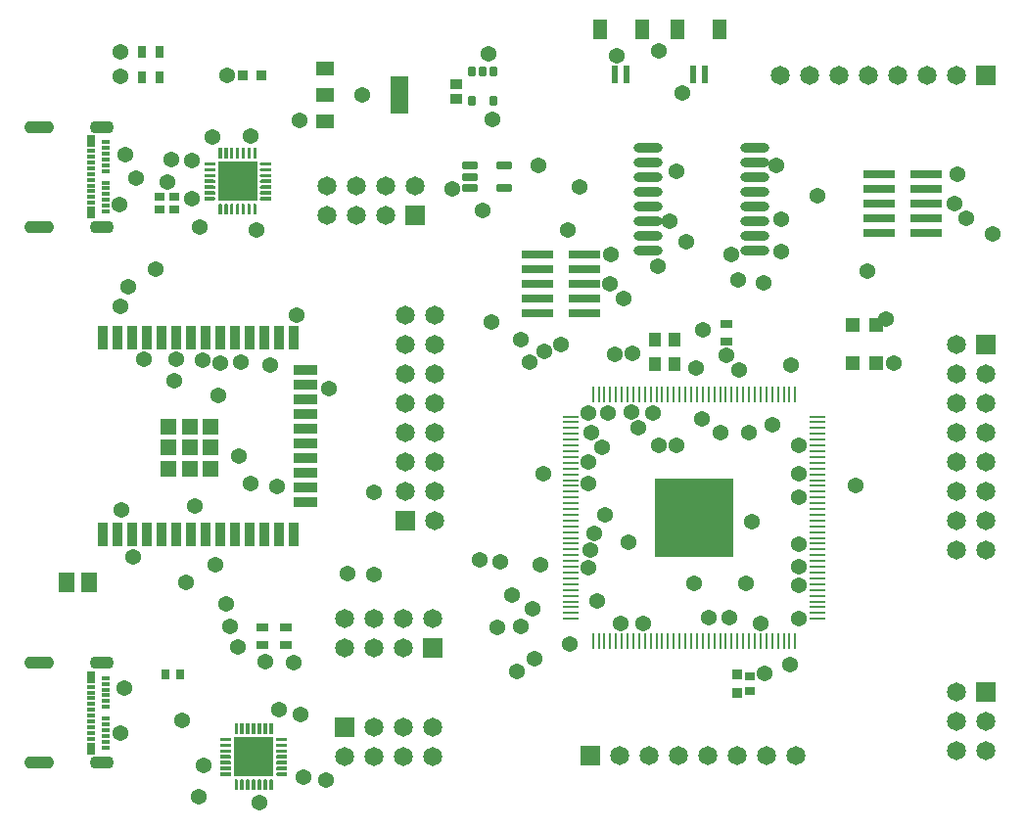
<source format=gts>
G04*
G04 #@! TF.GenerationSoftware,Altium Limited,Altium Designer,21.0.9 (235)*
G04*
G04 Layer_Color=8388736*
%FSLAX25Y25*%
%MOIN*%
G70*
G04*
G04 #@! TF.SameCoordinates,6D6A50FB-4127-4E02-A886-79615C3BA6FE*
G04*
G04*
G04 #@! TF.FilePolarity,Negative*
G04*
G01*
G75*
%ADD16R,0.01100X0.05350*%
%ADD17R,0.05350X0.01100*%
%ADD18R,0.27000X0.27000*%
%ADD19O,0.09849X0.03156*%
%ADD20R,0.05715X0.06502*%
%ADD21R,0.10984X0.02913*%
%ADD22R,0.03550X0.02762*%
%ADD23R,0.03550X0.03550*%
%ADD24R,0.05236X0.05236*%
%ADD25R,0.07874X0.03543*%
%ADD26R,0.03543X0.07874*%
%ADD27R,0.13189X0.13189*%
%ADD28C,0.01063*%
%ADD29R,0.03747X0.03156*%
%ADD30R,0.02953X0.03937*%
%ADD31R,0.02756X0.03937*%
%ADD32R,0.02756X0.01181*%
%ADD33R,0.03943X0.03156*%
%ADD34R,0.03937X0.02953*%
%ADD35R,0.02613X0.03394*%
%ADD36R,0.04331X0.05118*%
G04:AMPARAMS|DCode=37|XSize=29.59mil|YSize=51.24mil|CornerRadius=3.92mil|HoleSize=0mil|Usage=FLASHONLY|Rotation=90.000|XOffset=0mil|YOffset=0mil|HoleType=Round|Shape=RoundedRectangle|*
%AMROUNDEDRECTD37*
21,1,0.02959,0.04341,0,0,90.0*
21,1,0.02175,0.05124,0,0,90.0*
1,1,0.00784,0.02170,0.01088*
1,1,0.00784,0.02170,-0.01088*
1,1,0.00784,-0.02170,-0.01088*
1,1,0.00784,-0.02170,0.01088*
%
%ADD37ROUNDEDRECTD37*%
G04:AMPARAMS|DCode=38|XSize=25.65mil|YSize=35.5mil|CornerRadius=3.95mil|HoleSize=0mil|Usage=FLASHONLY|Rotation=0.000|XOffset=0mil|YOffset=0mil|HoleType=Round|Shape=RoundedRectangle|*
%AMROUNDEDRECTD38*
21,1,0.02565,0.02760,0,0,0.0*
21,1,0.01776,0.03550,0,0,0.0*
1,1,0.00790,0.00888,-0.01380*
1,1,0.00790,-0.00888,-0.01380*
1,1,0.00790,-0.00888,0.01380*
1,1,0.00790,0.00888,0.01380*
%
%ADD38ROUNDEDRECTD38*%
%ADD39R,0.03943X0.03747*%
%ADD40R,0.04731X0.05124*%
%ADD41R,0.04724X0.07087*%
%ADD42R,0.02362X0.06102*%
%ADD43R,0.05906X0.12992*%
%ADD44R,0.05906X0.04724*%
%ADD45C,0.06502*%
%ADD46R,0.06502X0.06502*%
%ADD47R,0.06502X0.06502*%
G04:AMPARAMS|DCode=48|XSize=43.31mil|YSize=102.36mil|CornerRadius=21.65mil|HoleSize=0mil|Usage=FLASHONLY|Rotation=270.000|XOffset=0mil|YOffset=0mil|HoleType=Round|Shape=RoundedRectangle|*
%AMROUNDEDRECTD48*
21,1,0.04331,0.05906,0,0,270.0*
21,1,0.00000,0.10236,0,0,270.0*
1,1,0.04331,-0.02953,0.00000*
1,1,0.04331,-0.02953,0.00000*
1,1,0.04331,0.02953,0.00000*
1,1,0.04331,0.02953,0.00000*
%
%ADD48ROUNDEDRECTD48*%
G04:AMPARAMS|DCode=49|XSize=43.31mil|YSize=82.68mil|CornerRadius=21.65mil|HoleSize=0mil|Usage=FLASHONLY|Rotation=270.000|XOffset=0mil|YOffset=0mil|HoleType=Round|Shape=RoundedRectangle|*
%AMROUNDEDRECTD49*
21,1,0.04331,0.03937,0,0,270.0*
21,1,0.00000,0.08268,0,0,270.0*
1,1,0.04331,-0.01968,0.00000*
1,1,0.04331,-0.01968,0.00000*
1,1,0.04331,0.01968,0.00000*
1,1,0.04331,0.01968,0.00000*
%
%ADD49ROUNDEDRECTD49*%
%ADD50C,0.05400*%
G36*
X332496Y186169D02*
Y186052D01*
X332406Y185835D01*
X332240Y185669D01*
X332023Y185579D01*
X331788D01*
X331571Y185669D01*
X331405Y185835D01*
X331315Y186052D01*
Y186169D01*
Y189319D01*
X332496D01*
Y186169D01*
D02*
G37*
G36*
X330528D02*
Y186052D01*
X330438Y185835D01*
X330272Y185669D01*
X330054Y185579D01*
X329819D01*
X329603Y185669D01*
X329436Y185835D01*
X329346Y186052D01*
Y186169D01*
Y189319D01*
X330528D01*
Y186169D01*
D02*
G37*
G36*
X328559D02*
Y186052D01*
X328469Y185835D01*
X328303Y185669D01*
X328086Y185579D01*
X327851D01*
X327634Y185669D01*
X327468Y185835D01*
X327378Y186052D01*
Y186169D01*
Y189319D01*
X328559D01*
X328559Y186169D01*
D02*
G37*
G36*
X326590D02*
Y186052D01*
X326501Y185835D01*
X326335Y185669D01*
X326117Y185579D01*
X325883D01*
X325665Y185669D01*
X325499Y185835D01*
X325410Y186052D01*
Y186169D01*
Y189319D01*
X326590D01*
Y186169D01*
D02*
G37*
G36*
X324622D02*
Y186052D01*
X324532Y185835D01*
X324366Y185669D01*
X324149Y185579D01*
X323914D01*
X323697Y185669D01*
X323531Y185835D01*
X323441Y186052D01*
Y186169D01*
X323441D01*
Y189319D01*
X324622D01*
Y186169D01*
D02*
G37*
G36*
X322654D02*
Y186052D01*
X322564Y185835D01*
X322397Y185669D01*
X322181Y185579D01*
X321946D01*
X321728Y185669D01*
X321562Y185835D01*
X321472Y186052D01*
Y186169D01*
Y189319D01*
X322654D01*
Y186169D01*
D02*
G37*
G36*
X320685D02*
Y186052D01*
X320595Y185835D01*
X320429Y185669D01*
X320212Y185579D01*
X319977D01*
X319760Y185669D01*
X319594Y185835D01*
X319504Y186052D01*
Y186169D01*
Y189319D01*
X320685D01*
Y186169D01*
D02*
G37*
G36*
X337319Y183315D02*
X334052D01*
X333835Y183405D01*
X333669Y183571D01*
X333579Y183788D01*
Y183905D01*
Y184023D01*
X333669Y184240D01*
X333835Y184406D01*
X334052Y184496D01*
X337319D01*
Y183315D01*
D02*
G37*
G36*
X318165Y184406D02*
X318331Y184240D01*
X318421Y184023D01*
Y183905D01*
Y183788D01*
X318331Y183571D01*
X318165Y183405D01*
X317948Y183315D01*
X314681D01*
Y184496D01*
X317948D01*
X318165Y184406D01*
D02*
G37*
G36*
X337319Y181346D02*
X334052D01*
X333835Y181436D01*
X333669Y181603D01*
X333579Y181819D01*
Y181937D01*
Y182054D01*
X333669Y182272D01*
X333835Y182438D01*
X334052Y182528D01*
X337319D01*
Y181346D01*
D02*
G37*
G36*
X318165Y182438D02*
X318331Y182272D01*
X318421Y182054D01*
Y181937D01*
Y181819D01*
X318331Y181603D01*
X318165Y181436D01*
X317948Y181346D01*
X314681D01*
Y182528D01*
X317948D01*
X318165Y182438D01*
D02*
G37*
G36*
X337319Y179378D02*
X334052D01*
X333835Y179468D01*
X333669Y179634D01*
X333579Y179851D01*
Y179969D01*
Y180086D01*
X333669Y180303D01*
X333835Y180469D01*
X334052Y180559D01*
X334169D01*
Y180559D01*
X337319D01*
Y179378D01*
D02*
G37*
G36*
X317831Y180559D02*
X317948D01*
X318165Y180469D01*
X318331Y180303D01*
X318421Y180086D01*
Y179969D01*
Y179851D01*
X318331Y179634D01*
X318165Y179468D01*
X317948Y179378D01*
X314681D01*
Y180559D01*
X317831Y180559D01*
D02*
G37*
G36*
X337319Y177409D02*
X334052D01*
X333835Y177499D01*
X333669Y177665D01*
X333579Y177883D01*
Y178000D01*
Y178118D01*
X333669Y178334D01*
X333835Y178501D01*
X334052Y178591D01*
X337319D01*
Y177409D01*
D02*
G37*
G36*
X318165Y178501D02*
X318331Y178334D01*
X318421Y178118D01*
Y178000D01*
Y177883D01*
X318331Y177665D01*
X318165Y177499D01*
X317948Y177409D01*
X314681D01*
Y178591D01*
X317948D01*
X318165Y178501D01*
D02*
G37*
G36*
X337319Y175441D02*
X334169Y175441D01*
X334052D01*
X333835Y175531D01*
X333669Y175697D01*
X333579Y175914D01*
Y176031D01*
Y176149D01*
X333669Y176366D01*
X333835Y176532D01*
X334052Y176622D01*
X337319D01*
Y175441D01*
D02*
G37*
G36*
X318165Y176532D02*
X318331Y176366D01*
X318421Y176149D01*
Y176031D01*
Y175914D01*
X318331Y175697D01*
X318165Y175531D01*
X317948Y175441D01*
X317831D01*
Y175441D01*
X314681D01*
Y176622D01*
X317948D01*
X318165Y176532D01*
D02*
G37*
G36*
X337319Y173472D02*
X334052D01*
X333835Y173562D01*
X333669Y173729D01*
X333579Y173945D01*
Y174063D01*
Y174180D01*
X333669Y174398D01*
X333835Y174564D01*
X334052Y174653D01*
X337319D01*
Y173472D01*
D02*
G37*
G36*
X318165Y174564D02*
X318331Y174398D01*
X318421Y174180D01*
Y174063D01*
Y173945D01*
X318331Y173729D01*
X318165Y173562D01*
X317948Y173472D01*
X314681D01*
Y174653D01*
X317948D01*
X318165Y174564D01*
D02*
G37*
G36*
X337319Y171504D02*
X334052D01*
X333835Y171594D01*
X333669Y171760D01*
X333579Y171977D01*
Y172095D01*
Y172212D01*
X333669Y172429D01*
X333835Y172595D01*
X334052Y172685D01*
X337319D01*
Y171504D01*
D02*
G37*
G36*
X318165Y172595D02*
X318331Y172429D01*
X318421Y172212D01*
Y172095D01*
Y171977D01*
X318331Y171760D01*
X318165Y171594D01*
X317948Y171504D01*
X314681D01*
Y172685D01*
X317948D01*
X318165Y172595D01*
D02*
G37*
G36*
X332240Y170331D02*
X332406Y170165D01*
X332496Y169948D01*
Y169831D01*
Y166681D01*
X331315D01*
Y169831D01*
Y169948D01*
X331405Y170165D01*
X331571Y170331D01*
X331788Y170421D01*
X332023D01*
X332240Y170331D01*
D02*
G37*
G36*
X330272D02*
X330438Y170165D01*
X330528Y169948D01*
Y169831D01*
Y166681D01*
X329346D01*
Y169831D01*
Y169948D01*
X329436Y170165D01*
X329603Y170331D01*
X329819Y170421D01*
X330054D01*
X330272Y170331D01*
D02*
G37*
G36*
X328303D02*
X328469Y170165D01*
X328559Y169948D01*
Y169831D01*
X328559D01*
Y166681D01*
X327378D01*
Y169831D01*
Y169948D01*
X327468Y170165D01*
X327634Y170331D01*
X327851Y170421D01*
X328086D01*
X328303Y170331D01*
D02*
G37*
G36*
X326335D02*
X326501Y170165D01*
X326590Y169948D01*
Y169831D01*
Y166681D01*
X325410D01*
Y169831D01*
Y169948D01*
X325499Y170165D01*
X325665Y170331D01*
X325883Y170421D01*
X326117D01*
X326335Y170331D01*
D02*
G37*
G36*
X324366D02*
X324532Y170165D01*
X324622Y169948D01*
Y169831D01*
Y166681D01*
X323441D01*
X323441Y169831D01*
Y169948D01*
X323531Y170165D01*
X323697Y170331D01*
X323914Y170421D01*
X324149D01*
X324366Y170331D01*
D02*
G37*
G36*
X322397D02*
X322564Y170165D01*
X322654Y169948D01*
Y169831D01*
Y166681D01*
X321472D01*
Y169831D01*
Y169948D01*
X321562Y170165D01*
X321728Y170331D01*
X321946Y170421D01*
X322181D01*
X322397Y170331D01*
D02*
G37*
G36*
X320429D02*
X320595Y170165D01*
X320685Y169948D01*
Y169831D01*
Y166681D01*
X319504D01*
Y169831D01*
Y169948D01*
X319594Y170165D01*
X319760Y170331D01*
X319977Y170421D01*
X320212D01*
X320429Y170331D01*
D02*
G37*
G36*
X326996Y382169D02*
Y382052D01*
X326906Y381835D01*
X326740Y381669D01*
X326523Y381579D01*
X326288D01*
X326071Y381669D01*
X325905Y381835D01*
X325815Y382052D01*
Y382169D01*
Y385319D01*
X326996D01*
Y382169D01*
D02*
G37*
G36*
X325028D02*
Y382052D01*
X324938Y381835D01*
X324771Y381669D01*
X324554Y381579D01*
X324320D01*
X324102Y381669D01*
X323936Y381835D01*
X323847Y382052D01*
Y382169D01*
Y385319D01*
X325028D01*
Y382169D01*
D02*
G37*
G36*
X323059D02*
Y382052D01*
X322969Y381835D01*
X322803Y381669D01*
X322586Y381579D01*
X322351D01*
X322134Y381669D01*
X321968Y381835D01*
X321878Y382052D01*
Y382169D01*
Y385319D01*
X323059D01*
X323059Y382169D01*
D02*
G37*
G36*
X321091D02*
Y382052D01*
X321001Y381835D01*
X320834Y381669D01*
X320618Y381579D01*
X320382D01*
X320165Y381669D01*
X319999Y381835D01*
X319910Y382052D01*
Y382169D01*
Y385319D01*
X321091D01*
Y382169D01*
D02*
G37*
G36*
X319122D02*
Y382052D01*
X319032Y381835D01*
X318866Y381669D01*
X318649Y381579D01*
X318414D01*
X318197Y381669D01*
X318031Y381835D01*
X317941Y382052D01*
Y382169D01*
X317941D01*
Y385319D01*
X319122D01*
Y382169D01*
D02*
G37*
G36*
X317154D02*
Y382052D01*
X317064Y381835D01*
X316898Y381669D01*
X316681Y381579D01*
X316445D01*
X316229Y381669D01*
X316062Y381835D01*
X315972Y382052D01*
Y382169D01*
Y385319D01*
X317154D01*
Y382169D01*
D02*
G37*
G36*
X315185D02*
Y382052D01*
X315095Y381835D01*
X314929Y381669D01*
X314712Y381579D01*
X314477D01*
X314260Y381669D01*
X314094Y381835D01*
X314004Y382052D01*
Y382169D01*
Y385319D01*
X315185D01*
Y382169D01*
D02*
G37*
G36*
X331819Y379315D02*
X328552D01*
X328335Y379405D01*
X328169Y379571D01*
X328079Y379788D01*
Y379906D01*
Y380023D01*
X328169Y380240D01*
X328335Y380406D01*
X328552Y380496D01*
X331819D01*
Y379315D01*
D02*
G37*
G36*
X312665Y380406D02*
X312831Y380240D01*
X312921Y380023D01*
Y379906D01*
Y379788D01*
X312831Y379571D01*
X312665Y379405D01*
X312448Y379315D01*
X309181D01*
Y380496D01*
X312448D01*
X312665Y380406D01*
D02*
G37*
G36*
X331819Y377346D02*
X328552D01*
X328335Y377436D01*
X328169Y377603D01*
X328079Y377819D01*
Y377937D01*
Y378054D01*
X328169Y378272D01*
X328335Y378438D01*
X328552Y378528D01*
X331819D01*
Y377346D01*
D02*
G37*
G36*
X312665Y378438D02*
X312831Y378272D01*
X312921Y378054D01*
Y377937D01*
Y377819D01*
X312831Y377603D01*
X312665Y377436D01*
X312448Y377346D01*
X309181D01*
Y378528D01*
X312448D01*
X312665Y378438D01*
D02*
G37*
G36*
X331819Y375378D02*
X328552D01*
X328335Y375468D01*
X328169Y375634D01*
X328079Y375851D01*
Y375969D01*
Y376086D01*
X328169Y376303D01*
X328335Y376469D01*
X328552Y376559D01*
X328669D01*
Y376559D01*
X331819D01*
Y375378D01*
D02*
G37*
G36*
X312331Y376559D02*
X312448D01*
X312665Y376469D01*
X312831Y376303D01*
X312921Y376086D01*
Y375969D01*
Y375851D01*
X312831Y375634D01*
X312665Y375468D01*
X312448Y375378D01*
X309181D01*
Y376559D01*
X312331Y376559D01*
D02*
G37*
G36*
X331819Y373410D02*
X328552D01*
X328335Y373499D01*
X328169Y373665D01*
X328079Y373883D01*
Y374000D01*
Y374117D01*
X328169Y374335D01*
X328335Y374501D01*
X328552Y374590D01*
X331819D01*
Y373410D01*
D02*
G37*
G36*
X312665Y374501D02*
X312831Y374335D01*
X312921Y374117D01*
Y374000D01*
Y373883D01*
X312831Y373665D01*
X312665Y373499D01*
X312448Y373410D01*
X309181D01*
Y374590D01*
X312448D01*
X312665Y374501D01*
D02*
G37*
G36*
X331819Y371441D02*
X328669Y371441D01*
X328552D01*
X328335Y371531D01*
X328169Y371697D01*
X328079Y371914D01*
Y372031D01*
Y372149D01*
X328169Y372366D01*
X328335Y372532D01*
X328552Y372622D01*
X331819D01*
Y371441D01*
D02*
G37*
G36*
X312665Y372532D02*
X312831Y372366D01*
X312921Y372149D01*
Y372031D01*
Y371914D01*
X312831Y371697D01*
X312665Y371531D01*
X312448Y371441D01*
X312331D01*
Y371441D01*
X309181D01*
Y372622D01*
X312448D01*
X312665Y372532D01*
D02*
G37*
G36*
X331819Y369472D02*
X328552D01*
X328335Y369562D01*
X328169Y369728D01*
X328079Y369946D01*
Y370063D01*
Y370181D01*
X328169Y370397D01*
X328335Y370564D01*
X328552Y370654D01*
X331819D01*
Y369472D01*
D02*
G37*
G36*
X312665Y370564D02*
X312831Y370397D01*
X312921Y370181D01*
Y370063D01*
Y369946D01*
X312831Y369728D01*
X312665Y369562D01*
X312448Y369472D01*
X309181D01*
Y370654D01*
X312448D01*
X312665Y370564D01*
D02*
G37*
G36*
X331819Y367504D02*
X328552D01*
X328335Y367594D01*
X328169Y367760D01*
X328079Y367977D01*
Y368094D01*
Y368212D01*
X328169Y368429D01*
X328335Y368595D01*
X328552Y368685D01*
X331819D01*
Y367504D01*
D02*
G37*
G36*
X312665Y368595D02*
X312831Y368429D01*
X312921Y368212D01*
Y368094D01*
Y367977D01*
X312831Y367760D01*
X312665Y367594D01*
X312448Y367504D01*
X309181D01*
Y368685D01*
X312448D01*
X312665Y368595D01*
D02*
G37*
G36*
X326740Y366331D02*
X326906Y366165D01*
X326996Y365948D01*
Y365831D01*
Y362681D01*
X325815D01*
Y365831D01*
Y365948D01*
X325905Y366165D01*
X326071Y366331D01*
X326288Y366421D01*
X326523D01*
X326740Y366331D01*
D02*
G37*
G36*
X324771D02*
X324938Y366165D01*
X325028Y365948D01*
Y365831D01*
Y362681D01*
X323847D01*
Y365831D01*
Y365948D01*
X323936Y366165D01*
X324102Y366331D01*
X324320Y366421D01*
X324554D01*
X324771Y366331D01*
D02*
G37*
G36*
X322803D02*
X322969Y366165D01*
X323059Y365948D01*
Y365831D01*
X323059D01*
Y362681D01*
X321878D01*
Y365831D01*
Y365948D01*
X321968Y366165D01*
X322134Y366331D01*
X322351Y366421D01*
X322586D01*
X322803Y366331D01*
D02*
G37*
G36*
X320834D02*
X321001Y366165D01*
X321091Y365948D01*
Y365831D01*
Y362681D01*
X319910D01*
Y365831D01*
Y365948D01*
X319999Y366165D01*
X320165Y366331D01*
X320382Y366421D01*
X320618D01*
X320834Y366331D01*
D02*
G37*
G36*
X318866D02*
X319032Y366165D01*
X319122Y365948D01*
Y365831D01*
Y362681D01*
X317941D01*
X317941Y365831D01*
Y365948D01*
X318031Y366165D01*
X318197Y366331D01*
X318414Y366421D01*
X318649D01*
X318866Y366331D01*
D02*
G37*
G36*
X316898D02*
X317064Y366165D01*
X317154Y365948D01*
Y365831D01*
Y362681D01*
X315972D01*
Y365831D01*
Y365948D01*
X316062Y366165D01*
X316229Y366331D01*
X316445Y366421D01*
X316681D01*
X316898Y366331D01*
D02*
G37*
G36*
X314929D02*
X315095Y366165D01*
X315185Y365948D01*
Y365831D01*
Y362681D01*
X314004D01*
Y365831D01*
Y365948D01*
X314094Y366165D01*
X314260Y366331D01*
X314477Y366421D01*
X314712D01*
X314929Y366331D01*
D02*
G37*
D16*
X510415Y301446D02*
D03*
X508446D02*
D03*
X506478D02*
D03*
X504509D02*
D03*
X502541D02*
D03*
X500572D02*
D03*
X498604D02*
D03*
X496635D02*
D03*
X494667D02*
D03*
X492698D02*
D03*
X490730D02*
D03*
X488761D02*
D03*
X486793D02*
D03*
X484824D02*
D03*
X482856D02*
D03*
X480887D02*
D03*
X478919D02*
D03*
X476950D02*
D03*
X474982D02*
D03*
X473013D02*
D03*
X471045D02*
D03*
X469076D02*
D03*
X467108D02*
D03*
X465139D02*
D03*
X463171D02*
D03*
X461202D02*
D03*
X459234D02*
D03*
X457265D02*
D03*
X455297D02*
D03*
X453328D02*
D03*
X451360D02*
D03*
X449391D02*
D03*
X447423D02*
D03*
X445454D02*
D03*
X443486D02*
D03*
X441517D02*
D03*
Y217396D02*
D03*
X443486D02*
D03*
X445454D02*
D03*
X447423D02*
D03*
X449391D02*
D03*
X451360D02*
D03*
X453328D02*
D03*
X455297D02*
D03*
X457265D02*
D03*
X459234D02*
D03*
X461202D02*
D03*
X463171D02*
D03*
X465139D02*
D03*
X467108D02*
D03*
X469076D02*
D03*
X471045D02*
D03*
X473013D02*
D03*
X474982D02*
D03*
X476950D02*
D03*
X478919D02*
D03*
X480887D02*
D03*
X482856D02*
D03*
X484824D02*
D03*
X486793D02*
D03*
X488761D02*
D03*
X490730D02*
D03*
X492698D02*
D03*
X494667D02*
D03*
X496635D02*
D03*
X498604D02*
D03*
X500572D02*
D03*
X502541D02*
D03*
X504509D02*
D03*
X506478D02*
D03*
X508446D02*
D03*
X510415D02*
D03*
D17*
X433941Y293870D02*
D03*
Y291902D02*
D03*
Y289933D02*
D03*
Y287965D02*
D03*
Y285996D02*
D03*
Y284028D02*
D03*
Y282059D02*
D03*
Y280090D02*
D03*
Y278122D02*
D03*
Y276153D02*
D03*
Y274185D02*
D03*
Y272217D02*
D03*
Y270248D02*
D03*
Y268280D02*
D03*
Y266311D02*
D03*
Y264342D02*
D03*
Y262374D02*
D03*
Y260405D02*
D03*
Y258437D02*
D03*
Y256469D02*
D03*
Y254500D02*
D03*
Y252532D02*
D03*
Y250563D02*
D03*
Y248594D02*
D03*
Y246626D02*
D03*
Y244657D02*
D03*
Y242689D02*
D03*
Y240721D02*
D03*
Y238752D02*
D03*
Y236784D02*
D03*
Y234815D02*
D03*
Y232846D02*
D03*
Y230878D02*
D03*
Y228909D02*
D03*
Y226941D02*
D03*
Y224972D02*
D03*
X517991D02*
D03*
Y226941D02*
D03*
Y228909D02*
D03*
Y230878D02*
D03*
Y232846D02*
D03*
Y234815D02*
D03*
Y236784D02*
D03*
Y238752D02*
D03*
Y240721D02*
D03*
Y242689D02*
D03*
Y244657D02*
D03*
Y246626D02*
D03*
Y248594D02*
D03*
Y250563D02*
D03*
Y252532D02*
D03*
Y254500D02*
D03*
Y256469D02*
D03*
Y258437D02*
D03*
Y260405D02*
D03*
Y262374D02*
D03*
Y264342D02*
D03*
Y266311D02*
D03*
Y268280D02*
D03*
Y270248D02*
D03*
Y272217D02*
D03*
Y274185D02*
D03*
Y276153D02*
D03*
Y278122D02*
D03*
Y280090D02*
D03*
Y282059D02*
D03*
Y284028D02*
D03*
Y285996D02*
D03*
Y287965D02*
D03*
Y289933D02*
D03*
Y291902D02*
D03*
Y293870D02*
D03*
D18*
X475966Y259421D02*
D03*
D19*
X460291Y385500D02*
D03*
Y380500D02*
D03*
Y375500D02*
D03*
Y370500D02*
D03*
Y365500D02*
D03*
Y360500D02*
D03*
Y355500D02*
D03*
Y350500D02*
D03*
X496709Y385500D02*
D03*
Y380500D02*
D03*
Y375500D02*
D03*
Y370500D02*
D03*
Y365500D02*
D03*
Y360500D02*
D03*
Y355500D02*
D03*
Y350500D02*
D03*
D20*
X269839Y237500D02*
D03*
X262161D02*
D03*
D21*
X538988Y376500D02*
D03*
Y371500D02*
D03*
Y366500D02*
D03*
Y361500D02*
D03*
Y356500D02*
D03*
X555012Y376500D02*
D03*
Y371500D02*
D03*
Y366500D02*
D03*
Y361500D02*
D03*
Y356500D02*
D03*
X422488Y349000D02*
D03*
Y344000D02*
D03*
Y339000D02*
D03*
Y334000D02*
D03*
Y329000D02*
D03*
X438512Y349000D02*
D03*
Y344000D02*
D03*
Y339000D02*
D03*
Y334000D02*
D03*
Y329000D02*
D03*
D22*
X495000Y205559D02*
D03*
Y200441D02*
D03*
D23*
X490500Y206150D02*
D03*
Y199850D02*
D03*
X328650Y410000D02*
D03*
X322350D02*
D03*
D24*
X311433Y290500D02*
D03*
Y283276D02*
D03*
Y276051D02*
D03*
X304209Y290500D02*
D03*
Y283276D02*
D03*
Y276051D02*
D03*
X296984Y290500D02*
D03*
Y283276D02*
D03*
Y276051D02*
D03*
D25*
X343618Y309713D02*
D03*
Y304713D02*
D03*
Y299713D02*
D03*
Y294713D02*
D03*
Y289713D02*
D03*
Y284713D02*
D03*
Y279713D02*
D03*
Y274713D02*
D03*
Y269713D02*
D03*
Y264713D02*
D03*
D26*
X274681Y320677D02*
D03*
X279681D02*
D03*
X284681D02*
D03*
X289681D02*
D03*
X294681D02*
D03*
X299681D02*
D03*
X304681D02*
D03*
X309681D02*
D03*
X314681D02*
D03*
X319681D02*
D03*
X324681D02*
D03*
X329681D02*
D03*
X334681D02*
D03*
X339681D02*
D03*
Y253748D02*
D03*
X334681D02*
D03*
X329681D02*
D03*
X324681D02*
D03*
X319681D02*
D03*
X314681D02*
D03*
X309681D02*
D03*
X304681D02*
D03*
X299681D02*
D03*
X294681D02*
D03*
X289681D02*
D03*
X284681D02*
D03*
X279681D02*
D03*
X274681D02*
D03*
D27*
X320500Y374000D02*
D03*
X326000Y178000D02*
D03*
D28*
X314595Y383449D02*
D03*
X316563D02*
D03*
X318531D02*
D03*
X320500Y383510D02*
D03*
X322468D02*
D03*
X324437Y383449D02*
D03*
X326406D02*
D03*
X329949Y379906D02*
D03*
Y377937D02*
D03*
Y375969D02*
D03*
X331031Y374000D02*
D03*
X329949Y372031D02*
D03*
Y370063D02*
D03*
Y368094D02*
D03*
X326406Y364551D02*
D03*
X324437D02*
D03*
X322468D02*
D03*
X320500Y364490D02*
D03*
X318531D02*
D03*
X316563Y364551D02*
D03*
X314595D02*
D03*
X311051Y368094D02*
D03*
Y370063D02*
D03*
Y372031D02*
D03*
X309772Y374000D02*
D03*
X311051Y375969D02*
D03*
Y377937D02*
D03*
Y379906D02*
D03*
X331906Y168551D02*
D03*
X329937D02*
D03*
X327969D02*
D03*
X326000Y168490D02*
D03*
X324031D02*
D03*
X322063Y168551D02*
D03*
X320094D02*
D03*
X316551Y172095D02*
D03*
Y174063D02*
D03*
Y176031D02*
D03*
X315469Y178000D02*
D03*
X316551Y179969D02*
D03*
Y181937D02*
D03*
Y183905D02*
D03*
X320094Y187449D02*
D03*
X322063D02*
D03*
X324031D02*
D03*
X326000Y187510D02*
D03*
X327969D02*
D03*
X329937Y187449D02*
D03*
X331906D02*
D03*
X335449Y183905D02*
D03*
Y181937D02*
D03*
Y179969D02*
D03*
X336728Y178000D02*
D03*
X335449Y176031D02*
D03*
Y174063D02*
D03*
Y172095D02*
D03*
D29*
X294000Y364236D02*
D03*
Y368764D02*
D03*
X299000Y368764D02*
D03*
Y364236D02*
D03*
D30*
X288047Y418000D02*
D03*
X293953D02*
D03*
X288047Y409500D02*
D03*
X293953D02*
D03*
D31*
X270665Y363295D02*
D03*
Y387705D02*
D03*
Y180795D02*
D03*
Y205205D02*
D03*
D32*
Y384358D02*
D03*
Y382390D02*
D03*
Y380421D02*
D03*
Y378453D02*
D03*
Y376484D02*
D03*
Y374516D02*
D03*
Y372547D02*
D03*
Y370579D02*
D03*
Y368610D02*
D03*
Y366642D02*
D03*
X275783Y363689D02*
D03*
Y365657D02*
D03*
Y367626D02*
D03*
Y369595D02*
D03*
Y371563D02*
D03*
Y373532D02*
D03*
Y377468D02*
D03*
Y379437D02*
D03*
Y381405D02*
D03*
Y383374D02*
D03*
Y385343D02*
D03*
Y387311D02*
D03*
X270665Y201858D02*
D03*
Y199890D02*
D03*
Y197921D02*
D03*
Y195953D02*
D03*
Y193984D02*
D03*
Y192016D02*
D03*
Y190047D02*
D03*
Y188079D02*
D03*
Y186110D02*
D03*
Y184142D02*
D03*
X275783Y181189D02*
D03*
Y183158D02*
D03*
Y185126D02*
D03*
Y187094D02*
D03*
Y189063D02*
D03*
Y191032D02*
D03*
Y194968D02*
D03*
Y196937D02*
D03*
Y198906D02*
D03*
Y200874D02*
D03*
Y202842D02*
D03*
Y204811D02*
D03*
D33*
X487000Y319547D02*
D03*
Y325453D02*
D03*
D34*
X337000Y216047D02*
D03*
Y221953D02*
D03*
X329000Y216047D02*
D03*
Y221953D02*
D03*
D35*
X296022Y206000D02*
D03*
X300978D02*
D03*
D36*
X469248Y320134D02*
D03*
Y311866D02*
D03*
X462752D02*
D03*
Y320134D02*
D03*
D37*
X411307Y379240D02*
D03*
Y371760D02*
D03*
X399693D02*
D03*
Y375500D02*
D03*
Y379240D02*
D03*
D38*
X407740Y411500D02*
D03*
X404000D02*
D03*
X400260D02*
D03*
Y401461D02*
D03*
X407740D02*
D03*
D39*
X395000Y407059D02*
D03*
Y401941D02*
D03*
D40*
X538134Y312000D02*
D03*
X529866D02*
D03*
X538134Y325000D02*
D03*
X529866D02*
D03*
D41*
X470472Y425646D02*
D03*
X484646D02*
D03*
X443972D02*
D03*
X458146D02*
D03*
D42*
X475591Y410390D02*
D03*
X479528D02*
D03*
X449090D02*
D03*
X453027D02*
D03*
D43*
X375598Y403500D02*
D03*
D44*
X350402Y394445D02*
D03*
Y403500D02*
D03*
Y412555D02*
D03*
D45*
X565441Y248500D02*
D03*
Y258500D02*
D03*
Y268500D02*
D03*
Y278500D02*
D03*
Y288500D02*
D03*
Y298500D02*
D03*
Y308500D02*
D03*
Y318500D02*
D03*
X575441Y248500D02*
D03*
Y258500D02*
D03*
Y268500D02*
D03*
Y278500D02*
D03*
Y288500D02*
D03*
Y298500D02*
D03*
Y308500D02*
D03*
X510500Y178433D02*
D03*
X500500D02*
D03*
X490500D02*
D03*
X450500D02*
D03*
X460500D02*
D03*
X470500D02*
D03*
X480500D02*
D03*
X387500Y328500D02*
D03*
Y318500D02*
D03*
Y308500D02*
D03*
Y298500D02*
D03*
Y288500D02*
D03*
Y278500D02*
D03*
Y268500D02*
D03*
Y258500D02*
D03*
X377500Y328500D02*
D03*
Y318500D02*
D03*
Y308500D02*
D03*
Y298500D02*
D03*
Y288500D02*
D03*
Y278500D02*
D03*
Y268500D02*
D03*
X357000Y225000D02*
D03*
X367000D02*
D03*
X377000D02*
D03*
X387000D02*
D03*
X357000Y215000D02*
D03*
X367000D02*
D03*
X377000D02*
D03*
X371000Y362500D02*
D03*
X361000D02*
D03*
X351000D02*
D03*
X381000Y372500D02*
D03*
X371000D02*
D03*
X361000D02*
D03*
X351000D02*
D03*
X575441Y189937D02*
D03*
Y179937D02*
D03*
X565441Y199937D02*
D03*
Y179937D02*
D03*
Y189937D02*
D03*
X367000Y188177D02*
D03*
X377000D02*
D03*
X387000D02*
D03*
X357000Y178177D02*
D03*
X367000D02*
D03*
X377000D02*
D03*
X387000D02*
D03*
X505201Y410083D02*
D03*
X515201D02*
D03*
X525201D02*
D03*
X565201D02*
D03*
X555201D02*
D03*
X545201D02*
D03*
X535201D02*
D03*
D46*
X575441Y318500D02*
D03*
X377500Y258500D02*
D03*
X575441Y199937D02*
D03*
D47*
X440500Y178433D02*
D03*
X387000Y215000D02*
D03*
X381000Y362500D02*
D03*
X357000Y188177D02*
D03*
X575201Y410083D02*
D03*
D48*
X253067Y358492D02*
D03*
Y392508D02*
D03*
Y175992D02*
D03*
Y210008D02*
D03*
D49*
X274169Y358492D02*
D03*
Y392508D02*
D03*
Y175992D02*
D03*
Y210008D02*
D03*
D50*
X457000Y290000D02*
D03*
X463826Y284174D02*
D03*
X454500Y295500D02*
D03*
X449000Y315000D02*
D03*
X440000Y295000D02*
D03*
X444500Y283500D02*
D03*
X441000Y288500D02*
D03*
X421000Y228500D02*
D03*
X423500Y243500D02*
D03*
X470000Y284000D02*
D03*
X445500Y260500D02*
D03*
X446500Y295000D02*
D03*
X509000Y311500D02*
D03*
X498500Y223500D02*
D03*
X455000Y315500D02*
D03*
X511500Y284000D02*
D03*
Y266500D02*
D03*
X458500Y223500D02*
D03*
X511500Y236500D02*
D03*
X440000Y278500D02*
D03*
X443000Y231000D02*
D03*
X417000Y320000D02*
D03*
X491000Y340500D02*
D03*
X535000Y343500D02*
D03*
X511682Y242682D02*
D03*
X403000Y245000D02*
D03*
X511500Y250500D02*
D03*
X478500Y293157D02*
D03*
X502500Y291000D02*
D03*
X494500Y288500D02*
D03*
X511500Y225000D02*
D03*
X430500Y318500D02*
D03*
X531000Y270500D02*
D03*
X511500Y274500D02*
D03*
X410000Y244500D02*
D03*
X451000Y223500D02*
D03*
X491396Y309689D02*
D03*
X414000Y232932D02*
D03*
X508500Y209500D02*
D03*
X476000Y237000D02*
D03*
X440510Y248418D02*
D03*
X440000Y242500D02*
D03*
X488000Y225500D02*
D03*
X417000Y222500D02*
D03*
X481000Y225500D02*
D03*
X425000Y316000D02*
D03*
X493500Y237000D02*
D03*
X440000Y271000D02*
D03*
X424484Y274500D02*
D03*
X485000Y288500D02*
D03*
X441959Y254077D02*
D03*
X433500Y216500D02*
D03*
X409000Y222000D02*
D03*
X476500Y310500D02*
D03*
X462000Y295000D02*
D03*
X420000Y312500D02*
D03*
X499750Y339250D02*
D03*
X504000Y379500D02*
D03*
X488500Y349000D02*
D03*
X505475Y350025D02*
D03*
X467500Y360500D02*
D03*
X505668Y361168D02*
D03*
X437000Y372000D02*
D03*
X473323Y353323D02*
D03*
X470000Y377500D02*
D03*
X463500Y345000D02*
D03*
X308500Y313000D02*
D03*
X486818Y314818D02*
D03*
X296724Y373563D02*
D03*
X314000Y301000D02*
D03*
X340500Y328500D02*
D03*
X351500Y303500D02*
D03*
X544000Y312000D02*
D03*
X280311Y366000D02*
D03*
X447356Y339144D02*
D03*
X320500Y215500D02*
D03*
X282000Y201500D02*
D03*
X280500Y186000D02*
D03*
X327000Y357500D02*
D03*
X307500Y358500D02*
D03*
X464000Y418500D02*
D03*
X472000Y404000D02*
D03*
X449795Y416795D02*
D03*
X423000Y379500D02*
D03*
X518000Y369000D02*
D03*
X495500Y258000D02*
D03*
X453500Y251000D02*
D03*
X479000Y323500D02*
D03*
X367000Y268000D02*
D03*
X407000Y326000D02*
D03*
X404000Y364000D02*
D03*
X415500Y207000D02*
D03*
X421500Y211500D02*
D03*
X334000Y270000D02*
D03*
X306000Y263500D02*
D03*
X283181Y338000D02*
D03*
X280500Y331500D02*
D03*
X314500Y312000D02*
D03*
X321500Y312385D02*
D03*
X321000Y280500D02*
D03*
X325000Y271000D02*
D03*
X339500Y210000D02*
D03*
X330000Y210500D02*
D03*
X323000Y181000D02*
D03*
X318000Y222500D02*
D03*
X316500Y230000D02*
D03*
X309000Y175000D02*
D03*
X328000Y162500D02*
D03*
X307275Y164275D02*
D03*
X343000Y171000D02*
D03*
X350500Y170000D02*
D03*
X334500Y194000D02*
D03*
X342000Y192500D02*
D03*
X301500Y190500D02*
D03*
X577500Y356000D02*
D03*
X568500Y361500D02*
D03*
X541275Y327225D02*
D03*
X564500Y366500D02*
D03*
X565500Y376500D02*
D03*
X363000Y403500D02*
D03*
X433000Y357500D02*
D03*
X452000Y334000D02*
D03*
X447500Y349000D02*
D03*
X500000Y206500D02*
D03*
X331500Y311500D02*
D03*
X366904Y239904D02*
D03*
X288617Y313383D02*
D03*
X358000Y240500D02*
D03*
X285000Y246000D02*
D03*
X281000Y261959D02*
D03*
X303000Y237500D02*
D03*
X299000Y306000D02*
D03*
X299500Y313500D02*
D03*
X313000Y243500D02*
D03*
X407423Y395077D02*
D03*
X406000Y417500D02*
D03*
X393500Y371500D02*
D03*
X292500Y344000D02*
D03*
X312000Y389000D02*
D03*
X305000Y381000D02*
D03*
X325000Y389500D02*
D03*
X298044Y381357D02*
D03*
X305000Y368000D02*
D03*
X282275Y383225D02*
D03*
X285913Y375087D02*
D03*
X341518Y394565D02*
D03*
X317000Y410000D02*
D03*
X280500Y409750D02*
D03*
Y418000D02*
D03*
M02*

</source>
